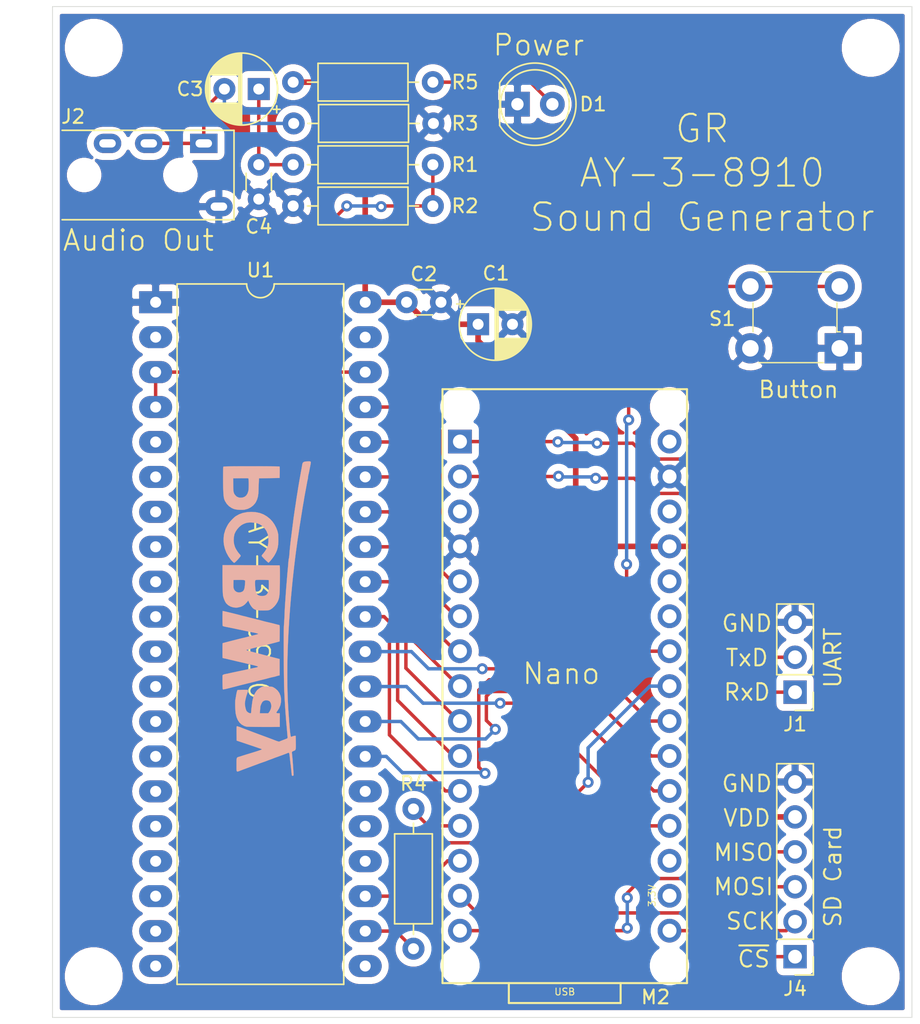
<source format=kicad_pcb>
(kicad_pcb (version 20171130) (host pcbnew "(5.1.2-1)-1")
  (layers (0 F.Cu signal) (31 B.Cu signal) (34 B.Paste user hide) (35 F.Paste user hide) (36 B.SilkS user) (37 F.SilkS user) (38 B.Mask user) (39 F.Mask user) (44 Edge.Cuts user))
  (net 0 "")
  (net 1 +5V)
  (net 2 GNDREF)
  (net 3 "Net-(C3-Pad2)")
  (net 4 "Net-(C3-Pad1)")
  (net 5 /RxD)
  (net 6 /TxD)
  (net 7 "Net-(J2-PadR2)")
  (net 8 /~CS)
  (net 9 /SCK)
  (net 10 /MOSI)
  (net 11 /MISO)
  (net 12 "Net-(M2-PadVIN)")
  (net 13 "Net-(M2-PadRST2)")
  (net 14 "Net-(M2-PadA7)")
  (net 15 "Net-(M2-PadA6)")
  (net 16 /DA7)
  (net 17 /BDIR)
  (net 18 /BC2)
  (net 19 /BC1)
  (net 20 "Net-(M2-PadAREF)")
  (net 21 "Net-(M2-Pad3V3)")
  (net 22 "Net-(M2-PadD9)")
  (net 23 /DA6)
  (net 24 /DA5)
  (net 25 /DA4)
  (net 26 /DA3)
  (net 27 /DA2)
  (net 28 /DA1)
  (net 29 /DA0)
  (net 30 "Net-(M2-PadRST1)")
  (net 31 "Net-(R1-Pad2)")
  (net 32 /CLK)
  (net 33 "Net-(D1-Pad2)")
  (net 34 "Net-(U1-Pad21)")
  (net 35 "Net-(U1-Pad2)")
  (net 36 "Net-(U1-Pad24)")
  (net 37 "Net-(U1-Pad5)")
  (net 38 "Net-(U1-Pad25)")
  (net 39 "Net-(U1-Pad6)")
  (net 40 "Net-(U1-Pad26)")
  (net 41 "Net-(U1-Pad7)")
  (net 42 "Net-(U1-Pad8)")
  (net 43 "Net-(U1-Pad9)")
  (net 44 "Net-(U1-Pad10)")
  (net 45 "Net-(U1-Pad11)")
  (net 46 "Net-(U1-Pad12)")
  (net 47 "Net-(U1-Pad13)")
  (net 48 "Net-(U1-Pad14)")
  (net 49 "Net-(U1-Pad15)")
  (net 50 "Net-(U1-Pad16)")
  (net 51 "Net-(U1-Pad17)")
  (net 52 "Net-(U1-Pad18)")
  (net 53 "Net-(U1-Pad19)")
  (net 54 "Net-(U1-Pad39)")
  (net 55 "Net-(U1-Pad20)")
  (net 56 "Net-(M2-PadA5)")
  (net 57 /~RESET)
  (module "_Custom_Footprints:pcb way logo" (layer B.Cu) (at 69.75 97 270)
    (fp_text reference G*** hide)
    (fp_text value LOGO hide)
  )
  (module Capacitor_THT:CP_Radial_D5.0mm_P2.50mm (layer F.Cu) (at 84.45 75.6)
    (fp_text reference C1 (at 1.3 -3.7) (layer F.SilkS))
    (fp_text value 1uF)
    (pad 1 thru_hole rect (at 0 0) (size 1.6 1.6) (drill 0.8) (layers *.Cu *.Mask) (net 1 +5V))
    (pad 2 thru_hole circle (at 2.5 0) (size 1.6 1.6) (drill 0.8) (layers *.Cu *.Mask) (net 2 GNDREF))
  )
  (module Capacitor_THT:C_Disc_D3.0mm_W1.6mm_P2.50mm (layer F.Cu) (at 79.25 74)
    (fp_text reference C2 (at 1.25 -2.05) (layer F.SilkS))
    (fp_text value 100nF)
    (pad 1 thru_hole circle (at 0 0) (size 1.6 1.6) (drill 0.8) (layers *.Cu *.Mask) (net 1 +5V))
    (pad 2 thru_hole circle (at 2.5 0) (size 1.6 1.6) (drill 0.8) (layers *.Cu *.Mask) (net 2 GNDREF))
  )
  (module Capacitor_THT:CP_Radial_D5.0mm_P2.50mm (layer F.Cu) (at 68.5 58.5 180)
    (fp_text reference C3 (at 5 0) (layer F.SilkS))
    (fp_text value 1uF)
    (pad 2 thru_hole circle (at 2.5 0 180) (size 1.6 1.6) (drill 0.8) (layers *.Cu *.Mask) (net 3 "Net-(C3-Pad2)"))
    (pad 1 thru_hole rect (at 0 0 180) (size 1.6 1.6) (drill 0.8) (layers *.Cu *.Mask) (net 4 "Net-(C3-Pad1)"))
  )
  (module Capacitor_THT:C_Disc_D3.0mm_W1.6mm_P2.50mm (layer F.Cu) (at 68.5 64 270)
    (fp_text reference C4 (at 4.5 0 180) (layer F.SilkS))
    (fp_text value 4.7nF)
    (pad 2 thru_hole circle (at 2.5 0 270) (size 1.6 1.6) (drill 0.8) (layers *.Cu *.Mask) (net 2 GNDREF))
    (pad 1 thru_hole circle (at 0 0 270) (size 1.6 1.6) (drill 0.8) (layers *.Cu *.Mask) (net 4 "Net-(C3-Pad1)"))
  )
  (module Connector_PinHeader_2.54mm:PinHeader_1x03_P2.54mm_Vertical (layer F.Cu) (at 107.5 102.35 180)
    (fp_text reference J1 (at 0 -2.33) (layer F.SilkS))
    (fp_text value UART)
    (pad 1 thru_hole rect (at 0 0 180) (size 1.7 1.7) (drill 1) (layers *.Cu *.Mask) (net 5 /RxD))
    (pad 2 thru_hole oval (at 0 2.54 180) (size 1.7 1.7) (drill 1) (layers *.Cu *.Mask) (net 6 /TxD))
    (pad 3 thru_hole oval (at 0 5.08 180) (size 1.7 1.7) (drill 1) (layers *.Cu *.Mask) (net 2 GNDREF))
  )
  (module footprints:Jack_3.5mm_PJ320A_Horizontal (layer F.Cu) (at 64.5 67.5 90)
    (fp_text reference J2 (at 7 -9.5 180) (layer F.SilkS))
    (fp_text value AudioJack4)
    (pad "" np_thru_hole circle (at 2.75 -1.7) (size 1.5 1.5) (drill 1.5) (layers *.Cu *.Mask))
    (pad "" np_thru_hole circle (at 2.75 -8.7) (size 1.5 1.5) (drill 1.5) (layers *.Cu *.Mask))
    (pad R2 thru_hole oval (at 5.05 -7) (size 2 1.4) (drill oval 1.2 0.6) (layers *.Cu *.Mask) (net 7 "Net-(J2-PadR2)"))
    (pad R1 thru_hole oval (at 5.05 -4) (size 2 1.4) (drill oval 1.2 0.6) (layers *.Cu *.Mask) (net 3 "Net-(C3-Pad2)"))
    (pad T thru_hole rect (at 5.05 0) (size 2 1.4) (drill oval 1.2 0.6) (layers *.Cu *.Mask) (net 3 "Net-(C3-Pad2)"))
    (pad S thru_hole oval (at 0.45 1.1) (size 2 1.4) (drill oval 1.2 0.6) (layers *.Cu *.Mask) (net 2 GNDREF))
  )
  (module Connector_PinHeader_2.54mm:PinHeader_1x06_P2.54mm_Vertical (layer F.Cu) (at 107.5 121.579999 180)
    (fp_text reference J4 (at 0 -2.33) (layer F.SilkS))
    (fp_text value Conn_01x06)
    (pad 1 thru_hole rect (at 0 0 180) (size 1.7 1.7) (drill 1) (layers *.Cu *.Mask) (net 8 /~CS))
    (pad 2 thru_hole oval (at 0 2.54 180) (size 1.7 1.7) (drill 1) (layers *.Cu *.Mask) (net 9 /SCK))
    (pad 3 thru_hole oval (at 0 5.08 180) (size 1.7 1.7) (drill 1) (layers *.Cu *.Mask) (net 10 /MOSI))
    (pad 4 thru_hole oval (at 0 7.62 180) (size 1.7 1.7) (drill 1) (layers *.Cu *.Mask) (net 11 /MISO))
    (pad 5 thru_hole oval (at 0 10.16 180) (size 1.7 1.7) (drill 1) (layers *.Cu *.Mask) (net 1 +5V))
    (pad 6 thru_hole oval (at 0 12.7 180) (size 1.7 1.7) (drill 1) (layers *.Cu *.Mask) (net 2 GNDREF))
  )
  (module Arduino:Arduino_Nano_Socket (layer F.Cu) (at 90.75 123.5)
    (fp_text reference M2 (at 6.604 1.016) (layer F.SilkS))
    (fp_text value Arduino_Nano_Socket)
    (fp_text user USB (at 0 0.635) (layer F.SilkS) (effects (font (size 0.5 0.5) (thickness 0.075))))
    (fp_text user 3.3V (at 6.35 -6.35 90) (layer F.SilkS) (effects (font (size 0.5 0.5) (thickness 0.075))))
    (pad VIN thru_hole circle (at 7.62 -39.37) (size 1.7272 1.7272) (drill 1.016) (layers *.Cu *.Mask) (net 12 "Net-(M2-PadVIN)"))
    (pad GND2 thru_hole circle (at 7.62 -36.83) (size 1.7272 1.7272) (drill 1.016) (layers *.Cu *.Mask) (net 2 GNDREF))
    (pad RST2 thru_hole circle (at 7.62 -34.29) (size 1.7272 1.7272) (drill 1.016) (layers *.Cu *.Mask) (net 13 "Net-(M2-PadRST2)"))
    (pad 5V thru_hole circle (at 7.62 -31.75) (size 1.7272 1.7272) (drill 1.016) (layers *.Cu *.Mask) (net 1 +5V))
    (pad A7 thru_hole circle (at 7.62 -29.21) (size 1.7272 1.7272) (drill 1.016) (layers *.Cu *.Mask) (net 14 "Net-(M2-PadA7)"))
    (pad A6 thru_hole circle (at 7.62 -26.67) (size 1.7272 1.7272) (drill 1.016) (layers *.Cu *.Mask) (net 15 "Net-(M2-PadA6)"))
    (pad A5 thru_hole circle (at 7.62 -24.13) (size 1.7272 1.7272) (drill 1.016) (layers *.Cu *.Mask) (net 56 "Net-(M2-PadA5)"))
    (pad A4 thru_hole circle (at 7.62 -21.59) (size 1.7272 1.7272) (drill 1.016) (layers *.Cu *.Mask) (net 57 /~RESET))
    (pad A3 thru_hole circle (at 7.62 -19.05) (size 1.7272 1.7272) (drill 1.016) (layers *.Cu *.Mask) (net 16 /DA7))
    (pad A2 thru_hole circle (at 7.62 -16.51) (size 1.7272 1.7272) (drill 1.016) (layers *.Cu *.Mask) (net 17 /BDIR))
    (pad A1 thru_hole circle (at 7.62 -13.97) (size 1.7272 1.7272) (drill 1.016) (layers *.Cu *.Mask) (net 18 /BC2))
    (pad A0 thru_hole circle (at 7.62 -11.43) (size 1.7272 1.7272) (drill 1.016) (layers *.Cu *.Mask) (net 19 /BC1))
    (pad AREF thru_hole circle (at 7.62 -8.89) (size 1.7272 1.7272) (drill 1.016) (layers *.Cu *.Mask) (net 20 "Net-(M2-PadAREF)"))
    (pad 3V3 thru_hole circle (at 7.62 -6.35) (size 1.7272 1.7272) (drill 1.016) (layers *.Cu *.Mask) (net 21 "Net-(M2-Pad3V3)"))
    (pad D13 thru_hole circle (at 7.62 -3.81) (size 1.7272 1.7272) (drill 1.016) (layers *.Cu *.Mask) (net 9 /SCK))
    (pad D12 thru_hole circle (at -7.62 -3.81) (size 1.7272 1.7272) (drill 1.016) (layers *.Cu *.Mask) (net 11 /MISO))
    (pad D11 thru_hole circle (at -7.62 -6.35) (size 1.7272 1.7272) (drill 1.016) (layers *.Cu *.Mask) (net 10 /MOSI))
    (pad D10 thru_hole circle (at -7.62 -8.89) (size 1.7272 1.7272) (drill 1.016) (layers *.Cu *.Mask) (net 8 /~CS))
    (pad D9 thru_hole circle (at -7.62 -11.43) (size 1.7272 1.7272) (drill 1.016) (layers *.Cu *.Mask) (net 22 "Net-(M2-PadD9)"))
    (pad D8 thru_hole circle (at -7.62 -13.97) (size 1.7272 1.7272) (drill 1.016) (layers *.Cu *.Mask) (net 23 /DA6))
    (pad D7 thru_hole circle (at -7.62 -16.51) (size 1.7272 1.7272) (drill 1.016) (layers *.Cu *.Mask) (net 24 /DA5))
    (pad D6 thru_hole circle (at -7.62 -19.05) (size 1.7272 1.7272) (drill 1.016) (layers *.Cu *.Mask) (net 25 /DA4))
    (pad D5 thru_hole circle (at -7.62 -21.59) (size 1.7272 1.7272) (drill 1.016) (layers *.Cu *.Mask) (net 26 /DA3))
    (pad D4 thru_hole circle (at -7.62 -24.13) (size 1.7272 1.7272) (drill 1.016) (layers *.Cu *.Mask) (net 27 /DA2))
    (pad D3 thru_hole circle (at -7.62 -26.67) (size 1.7272 1.7272) (drill 1.016) (layers *.Cu *.Mask) (net 28 /DA1))
    (pad D2 thru_hole circle (at -7.62 -29.21) (size 1.7272 1.7272) (drill 1.016) (layers *.Cu *.Mask) (net 29 /DA0))
    (pad GND1 thru_hole circle (at -7.62 -31.75) (size 1.7272 1.7272) (drill 1.016) (layers *.Cu *.Mask) (net 2 GNDREF))
    (pad RST1 thru_hole circle (at -7.62 -34.29) (size 1.7272 1.7272) (drill 1.016) (layers *.Cu *.Mask) (net 30 "Net-(M2-PadRST1)"))
    (pad D0 thru_hole circle (at -7.62 -36.83) (size 1.7272 1.7272) (drill 1.016) (layers *.Cu *.Mask) (net 5 /RxD))
    (pad D1 thru_hole rect (at -7.62 -39.37) (size 1.7272 1.7272) (drill 1.016) (layers *.Cu *.Mask) (net 6 /TxD))
    (pad "" np_thru_hole circle (at -7.62 -41.91) (size 1.85 1.85) (drill 1.85) (layers *.Cu *.Mask))
    (pad "" np_thru_hole circle (at 7.62 -41.91) (size 1.85 1.85) (drill 1.85) (layers *.Cu *.Mask))
    (pad "" np_thru_hole circle (at -7.62 -1.27) (size 1.85 1.85) (drill 1.85) (layers *.Cu *.Mask))
    (pad "" np_thru_hole circle (at 7.62 -1.27) (size 1.85 1.85) (drill 1.85) (layers *.Cu *.Mask))
  )
  (module Resistor_THT:R_Axial_DIN0207_L6.3mm_D2.5mm_P10.16mm_Horizontal (layer F.Cu) (at 71 64)
    (fp_text reference R1 (at 12.5 0) (layer F.SilkS))
    (fp_text value 4.7K)
    (pad 1 thru_hole circle (at 0 0) (size 1.6 1.6) (drill 0.8) (layers *.Cu *.Mask) (net 4 "Net-(C3-Pad1)"))
    (pad 2 thru_hole oval (at 10.16 0) (size 1.6 1.6) (drill 0.8) (layers *.Cu *.Mask) (net 31 "Net-(R1-Pad2)"))
  )
  (module Resistor_THT:R_Axial_DIN0207_L6.3mm_D2.5mm_P10.16mm_Horizontal (layer F.Cu) (at 71 67)
    (fp_text reference R2 (at 12.5 0) (layer F.SilkS))
    (fp_text value 1K)
    (pad 2 thru_hole oval (at 10.16 0) (size 1.6 1.6) (drill 0.8) (layers *.Cu *.Mask) (net 31 "Net-(R1-Pad2)"))
    (pad 1 thru_hole circle (at 0 0) (size 1.6 1.6) (drill 0.8) (layers *.Cu *.Mask) (net 2 GNDREF))
  )
  (module Resistor_THT:R_Axial_DIN0207_L6.3mm_D2.5mm_P10.16mm_Horizontal (layer F.Cu) (at 81.2 61 180)
    (fp_text reference R3 (at -2.3 0) (layer F.SilkS))
    (fp_text value 470r)
    (pad 2 thru_hole oval (at 10.16 0 180) (size 1.6 1.6) (drill 0.8) (layers *.Cu *.Mask) (net 3 "Net-(C3-Pad2)"))
    (pad 1 thru_hole circle (at 0 0 180) (size 1.6 1.6) (drill 0.8) (layers *.Cu *.Mask) (net 2 GNDREF))
  )
  (module Resistor_THT:R_Axial_DIN0207_L6.3mm_D2.5mm_P10.16mm_Horizontal (layer F.Cu) (at 79.75 121 90)
    (fp_text reference R4 (at 12 0 180) (layer F.SilkS))
    (fp_text value 75r)
    (pad 1 thru_hole circle (at 0 0 90) (size 1.6 1.6) (drill 0.8) (layers *.Cu *.Mask) (net 32 /CLK))
    (pad 2 thru_hole oval (at 10.16 0 90) (size 1.6 1.6) (drill 0.8) (layers *.Cu *.Mask) (net 22 "Net-(M2-PadD9)"))
  )
  (module Resistor_THT:R_Axial_DIN0207_L6.3mm_D2.5mm_P10.16mm_Horizontal (layer F.Cu) (at 71 58)
    (fp_text reference R5 (at 12.5 0) (layer F.SilkS))
    (fp_text value 300r)
    (pad 1 thru_hole circle (at 0 0) (size 1.6 1.6) (drill 0.8) (layers *.Cu *.Mask) (net 1 +5V))
    (pad 2 thru_hole oval (at 10.16 0) (size 1.6 1.6) (drill 0.8) (layers *.Cu *.Mask) (net 33 "Net-(D1-Pad2)"))
  )
  (module Package_DIP:DIP-40_W15.24mm_LongPads (layer F.Cu) (at 61 74)
    (fp_text reference U1 (at 7.62 -2.33) (layer F.SilkS))
    (fp_text value AY-3-8910)
    (pad 1 thru_hole rect (at 0 0) (size 2.4 1.6) (drill 0.8) (layers *.Cu *.Mask) (net 2 GNDREF))
    (pad 21 thru_hole oval (at 15.24 48.26) (size 2.4 1.6) (drill 0.8) (layers *.Cu *.Mask) (net 34 "Net-(U1-Pad21)"))
    (pad 2 thru_hole oval (at 0 2.54) (size 2.4 1.6) (drill 0.8) (layers *.Cu *.Mask) (net 35 "Net-(U1-Pad2)"))
    (pad 22 thru_hole oval (at 15.24 45.72) (size 2.4 1.6) (drill 0.8) (layers *.Cu *.Mask) (net 32 /CLK))
    (pad 3 thru_hole oval (at 0 5.08) (size 2.4 1.6) (drill 0.8) (layers *.Cu *.Mask) (net 31 "Net-(R1-Pad2)"))
    (pad 23 thru_hole oval (at 15.24 43.18) (size 2.4 1.6) (drill 0.8) (layers *.Cu *.Mask) (net 57 /~RESET))
    (pad 4 thru_hole oval (at 0 7.62) (size 2.4 1.6) (drill 0.8) (layers *.Cu *.Mask) (net 31 "Net-(R1-Pad2)"))
    (pad 24 thru_hole oval (at 15.24 40.64) (size 2.4 1.6) (drill 0.8) (layers *.Cu *.Mask) (net 36 "Net-(U1-Pad24)"))
    (pad 5 thru_hole oval (at 0 10.16) (size 2.4 1.6) (drill 0.8) (layers *.Cu *.Mask) (net 37 "Net-(U1-Pad5)"))
    (pad 25 thru_hole oval (at 15.24 38.1) (size 2.4 1.6) (drill 0.8) (layers *.Cu *.Mask) (net 38 "Net-(U1-Pad25)"))
    (pad 6 thru_hole oval (at 0 12.7) (size 2.4 1.6) (drill 0.8) (layers *.Cu *.Mask) (net 39 "Net-(U1-Pad6)"))
    (pad 26 thru_hole oval (at 15.24 35.56) (size 2.4 1.6) (drill 0.8) (layers *.Cu *.Mask) (net 40 "Net-(U1-Pad26)"))
    (pad 7 thru_hole oval (at 0 15.24) (size 2.4 1.6) (drill 0.8) (layers *.Cu *.Mask) (net 41 "Net-(U1-Pad7)"))
    (pad 27 thru_hole oval (at 15.24 33.02) (size 2.4 1.6) (drill 0.8) (layers *.Cu *.Mask) (net 17 /BDIR))
    (pad 8 thru_hole oval (at 0 17.78) (size 2.4 1.6) (drill 0.8) (layers *.Cu *.Mask) (net 42 "Net-(U1-Pad8)"))
    (pad 28 thru_hole oval (at 15.24 30.48) (size 2.4 1.6) (drill 0.8) (layers *.Cu *.Mask) (net 18 /BC2))
    (pad 9 thru_hole oval (at 0 20.32) (size 2.4 1.6) (drill 0.8) (layers *.Cu *.Mask) (net 43 "Net-(U1-Pad9)"))
    (pad 29 thru_hole oval (at 15.24 27.94) (size 2.4 1.6) (drill 0.8) (layers *.Cu *.Mask) (net 19 /BC1))
    (pad 10 thru_hole oval (at 0 22.86) (size 2.4 1.6) (drill 0.8) (layers *.Cu *.Mask) (net 44 "Net-(U1-Pad10)"))
    (pad 30 thru_hole oval (at 15.24 25.4) (size 2.4 1.6) (drill 0.8) (layers *.Cu *.Mask) (net 16 /DA7))
    (pad 11 thru_hole oval (at 0 25.4) (size 2.4 1.6) (drill 0.8) (layers *.Cu *.Mask) (net 45 "Net-(U1-Pad11)"))
    (pad 31 thru_hole oval (at 15.24 22.86) (size 2.4 1.6) (drill 0.8) (layers *.Cu *.Mask) (net 23 /DA6))
    (pad 12 thru_hole oval (at 0 27.94) (size 2.4 1.6) (drill 0.8) (layers *.Cu *.Mask) (net 46 "Net-(U1-Pad12)"))
    (pad 32 thru_hole oval (at 15.24 20.32) (size 2.4 1.6) (drill 0.8) (layers *.Cu *.Mask) (net 24 /DA5))
    (pad 13 thru_hole oval (at 0 30.48) (size 2.4 1.6) (drill 0.8) (layers *.Cu *.Mask) (net 47 "Net-(U1-Pad13)"))
    (pad 33 thru_hole oval (at 15.24 17.78) (size 2.4 1.6) (drill 0.8) (layers *.Cu *.Mask) (net 25 /DA4))
    (pad 14 thru_hole oval (at 0 33.02) (size 2.4 1.6) (drill 0.8) (layers *.Cu *.Mask) (net 48 "Net-(U1-Pad14)"))
    (pad 34 thru_hole oval (at 15.24 15.24) (size 2.4 1.6) (drill 0.8) (layers *.Cu *.Mask) (net 26 /DA3))
    (pad 15 thru_hole oval (at 0 35.56) (size 2.4 1.6) (drill 0.8) (layers *.Cu *.Mask) (net 49 "Net-(U1-Pad15)"))
    (pad 35 thru_hole oval (at 15.24 12.7) (size 2.4 1.6) (drill 0.8) (layers *.Cu *.Mask) (net 27 /DA2))
    (pad 16 thru_hole oval (at 0 38.1) (size 2.4 1.6) (drill 0.8) (layers *.Cu *.Mask) (net 50 "Net-(U1-Pad16)"))
    (pad 36 thru_hole oval (at 15.24 10.16) (size 2.4 1.6) (drill 0.8) (layers *.Cu *.Mask) (net 28 /DA1))
    (pad 17 thru_hole oval (at 0 40.64) (size 2.4 1.6) (drill 0.8) (layers *.Cu *.Mask) (net 51 "Net-(U1-Pad17)"))
    (pad 37 thru_hole oval (at 15.24 7.62) (size 2.4 1.6) (drill 0.8) (layers *.Cu *.Mask) (net 29 /DA0))
    (pad 18 thru_hole oval (at 0 43.18) (size 2.4 1.6) (drill 0.8) (layers *.Cu *.Mask) (net 52 "Net-(U1-Pad18)"))
    (pad 38 thru_hole oval (at 15.24 5.08) (size 2.4 1.6) (drill 0.8) (layers *.Cu *.Mask) (net 31 "Net-(R1-Pad2)"))
    (pad 19 thru_hole oval (at 0 45.72) (size 2.4 1.6) (drill 0.8) (layers *.Cu *.Mask) (net 53 "Net-(U1-Pad19)"))
    (pad 39 thru_hole oval (at 15.24 2.54) (size 2.4 1.6) (drill 0.8) (layers *.Cu *.Mask) (net 54 "Net-(U1-Pad39)"))
    (pad 20 thru_hole oval (at 0 48.26) (size 2.4 1.6) (drill 0.8) (layers *.Cu *.Mask) (net 55 "Net-(U1-Pad20)"))
    (pad 40 thru_hole oval (at 15.24 0) (size 2.4 1.6) (drill 0.8) (layers *.Cu *.Mask) (net 1 +5V))
  )
  (module LED_THT:LED_D5.0mm (layer F.Cu) (at 87.31 59.6)
    (fp_text reference D1 (at 5.5 0) (layer F.SilkS))
    (fp_text value LED_Small_ALT)
    (pad 1 thru_hole rect (at 0 0) (size 1.8 1.8) (drill 0.9) (layers *.Cu *.Mask) (net 2 GNDREF))
    (pad 2 thru_hole circle (at 2.54 0) (size 1.8 1.8) (drill 0.9) (layers *.Cu *.Mask) (net 33 "Net-(D1-Pad2)"))
  )
  (module MountingHole:MountingHole_3.2mm_M3 (layer F.Cu) (at 56.5 123)
    (fp_text reference MH1 hide)
    (fp_text value MountingHole)
    (pad 1 np_thru_hole circle (at 0 0) (size 3.2 3.2) (drill 3.2) (layers *.Cu *.Mask))
  )
  (module MountingHole:MountingHole_3.2mm_M3 (layer F.Cu) (at 56.5 55.5)
    (fp_text reference MH2 hide)
    (fp_text value MountingHole)
    (pad 1 np_thru_hole circle (at 0 0) (size 3.2 3.2) (drill 3.2) (layers *.Cu *.Mask))
  )
  (module MountingHole:MountingHole_3.2mm_M3 (layer F.Cu) (at 113 55.5)
    (fp_text reference MH3 hide)
    (fp_text value MountingHole)
    (pad 1 np_thru_hole circle (at 0 0) (size 3.2 3.2) (drill 3.2) (layers *.Cu *.Mask))
  )
  (module MountingHole:MountingHole_3.2mm_M3 (layer F.Cu) (at 113 123)
    (fp_text reference MH4 hide)
    (fp_text value MountingHole)
    (pad "" np_thru_hole circle (at 0 0) (size 3.2 3.2) (drill 3.2) (layers *.Cu *.Mask))
  )
  (module digikey-footprints:Switch_Tactile_THT_6x6mm (layer F.Cu) (at 110.75 77.35 180)
    (fp_text reference S1 (at 8.55 2.15) (layer F.SilkS))
    (fp_text value 1825910-6)
    (pad 1 thru_hole rect (at 0 0 180) (size 2.2 2.2) (drill 1.2) (layers *.Cu *.Mask) (net 2 GNDREF))
    (pad 2 thru_hole circle (at 6.5 0 180) (size 2.2 2.2) (drill 1.2) (layers *.Cu *.Mask) (net 2 GNDREF))
    (pad 4 thru_hole circle (at 6.5 4.5 180) (size 2.2 2.2) (drill 1.2) (layers *.Cu *.Mask) (net 56 "Net-(M2-PadA5)"))
    (pad 3 thru_hole circle (at 0 4.5 180) (size 2.2 2.2) (drill 1.2) (layers *.Cu *.Mask) (net 56 "Net-(M2-PadA5)"))
  )
  (gr_text UART (at 110.25 99.85 90) (layer F.SilkS) (effects (font (size 1.2 1.2))))
  (gr_text RxD (at 104 102.35) (layer F.SilkS) (effects (font (size 1.2 1.2))))
  (gr_text TxD (at 104 99.85) (layer F.SilkS) (effects (font (size 1.2 1.2))))
  (gr_text GND (at 104 97.35) (layer F.SilkS) (effects (font (size 1.2 1.2))))
  (gr_text Button (at 107.75 80.35) (layer F.SilkS) (effects (font (size 1.2 1.2))))
  (gr_text "SD Card" (at 110.25 115.75 90) (layer F.SilkS) (effects (font (size 1.2 1.2))))
  (gr_text GND (at 104 109) (layer F.SilkS) (effects (font (size 1.2 1.2))))
  (gr_text VDD (at 104 111.5) (layer F.SilkS) (effects (font (size 1.2 1.2))))
  (gr_text MISO (at 103.75 114) (layer F.SilkS) (effects (font (size 1.2 1.2))))
  (gr_text MOSI (at 103.75 116.5) (layer F.SilkS) (effects (font (size 1.2 1.2))))
  (gr_text "SCK\n" (at 104.25 119) (layer F.SilkS) (effects (font (size 1.2 1.2))))
  (gr_text Power (at 88.85 55.3) (layer F.SilkS) (effects (font (size 1.5 1.5))))
  (gr_text Nano (at 90.5 101) (layer F.SilkS) (effects (font (size 1.5 1.5))))
  (gr_text AY-3-8910 (at 68.5 96.25 270) (layer F.SilkS) (effects (font (size 1.5 1.5))))
  (gr_text "Audio Out" (at 59.75 69.5) (layer F.SilkS) (effects (font (size 1.5 1.5))))
  (gr_line (start 53.5 126) (end 53.5 52.5) (layer Edge.Cuts) (width 0.05))
  (gr_line (start 116 126) (end 53.5 126) (layer Edge.Cuts) (width 0.05))
  (gr_line (start 116 52.5) (end 116 126) (layer Edge.Cuts) (width 0.05))
  (gr_line (start 53.5 52.5) (end 116 52.5) (layer Edge.Cuts) (width 0.05))
  (gr_text ~CS (at 104.5 121.75) (layer F.SilkS) (effects (font (size 1.2 1.2))))
  (gr_text "GR\nAY-3-8910\nSound Generator" (at 100.75 64.6) (layer F.SilkS) (effects (font (size 2 2))))
  (segment (start 80.85 75.6) (end 79.25 74) (width 0.4064) (layer F.Cu) (net 1))
  (segment (start 84.45 75.6) (end 80.85 75.6) (width 0.4064) (layer F.Cu) (net 1))
  (segment (start 76.24 74) (end 79.25 74) (width 0.4064) (layer F.Cu) (net 1))
  (segment (start 76.24 74) (end 76.24 60.44) (width 0.4064) (layer F.Cu) (net 1))
  (segment (start 73.8 58) (end 71 58) (width 0.4064) (layer F.Cu) (net 1))
  (segment (start 76.24 60.44) (end 73.8 58) (width 0.4064) (layer F.Cu) (net 1))
  (segment (start 84.45 76.8) (end 84.45 75.6) (width 0.4064) (layer F.Cu) (net 1))
  (segment (start 91.55 83.9) (end 84.45 76.8) (width 0.4064) (layer F.Cu) (net 1))
  (segment (start 91.55 90.15) (end 91.55 83.9) (width 0.4064) (layer F.Cu) (net 1))
  (segment (start 93.15 91.75) (end 91.55 90.15) (width 0.4064) (layer F.Cu) (net 1))
  (segment (start 98.37 91.75) (end 93.15 91.75) (width 0.4064) (layer F.Cu) (net 1))
  (segment (start 100.4 91.75) (end 98.37 91.75) (width 0.4064) (layer F.Cu) (net 1))
  (segment (start 101.95 93.3) (end 100.4 91.75) (width 0.4064) (layer F.Cu) (net 1))
  (segment (start 101.95 109.25) (end 101.95 93.3) (width 0.4064) (layer F.Cu) (net 1))
  (segment (start 104.119999 111.419999) (end 101.95 109.25) (width 0.4064) (layer F.Cu) (net 1))
  (segment (start 107.5 111.419999) (end 104.119999 111.419999) (width 0.4064) (layer F.Cu) (net 1))
  (segment (start 60.5 62.45) (end 64.5 62.45) (width 0.25) (layer F.Cu) (net 3))
  (segment (start 64.5 60) (end 66 58.5) (width 0.25) (layer F.Cu) (net 3))
  (segment (start 64.5 62.45) (end 64.5 60) (width 0.25) (layer F.Cu) (net 3))
  (segment (start 71.04 61) (end 66.9 61) (width 0.25) (layer B.Cu) (net 3))
  (segment (start 66 60.1) (end 66 58.5) (width 0.25) (layer B.Cu) (net 3))
  (segment (start 66.9 61) (end 66 60.1) (width 0.25) (layer B.Cu) (net 3))
  (segment (start 68.5 58.5) (end 68.5 64) (width 0.25) (layer F.Cu) (net 4))
  (segment (start 68.5 64) (end 71 64) (width 0.25) (layer F.Cu) (net 4))
  (via (at 90.3 86.65) (size 0.8) (drill 0.4) (layers F.Cu B.Cu) (net 5))
  (segment (start 90.28 86.67) (end 90.3 86.65) (width 0.25) (layer F.Cu) (net 5))
  (segment (start 83.13 86.67) (end 90.28 86.67) (width 0.25) (layer F.Cu) (net 5))
  (segment (start 90.35 86.7) (end 90.3 86.65) (width 0.25) (layer B.Cu) (net 5))
  (segment (start 92.9 86.7) (end 90.35 86.7) (width 0.25) (layer B.Cu) (net 5))
  (segment (start 93 86.8) (end 92.9 86.7) (width 0.25) (layer B.Cu) (net 5))
  (via (at 93 86.8) (size 0.8) (drill 0.4) (layers F.Cu B.Cu) (net 5))
  (segment (start 103.8 102.35) (end 107.5 102.35) (width 0.25) (layer F.Cu) (net 5))
  (segment (start 103.3 101.85) (end 103.8 102.35) (width 0.25) (layer F.Cu) (net 5))
  (segment (start 103.3 89.8) (end 103.3 101.85) (width 0.25) (layer F.Cu) (net 5))
  (segment (start 101.4 87.9) (end 103.3 89.8) (width 0.25) (layer F.Cu) (net 5))
  (segment (start 96.9 87.9) (end 101.4 87.9) (width 0.25) (layer F.Cu) (net 5))
  (segment (start 95.8 86.8) (end 96.9 87.9) (width 0.25) (layer F.Cu) (net 5))
  (segment (start 93 86.8) (end 95.8 86.8) (width 0.25) (layer F.Cu) (net 5))
  (via (at 90.25 84.15) (size 0.8) (drill 0.4) (layers F.Cu B.Cu) (net 6))
  (segment (start 90.23 84.13) (end 90.25 84.15) (width 0.25) (layer F.Cu) (net 6))
  (segment (start 83.13 84.13) (end 90.23 84.13) (width 0.25) (layer F.Cu) (net 6))
  (segment (start 93.05 84.2) (end 90.3 84.2) (width 0.25) (layer B.Cu) (net 6))
  (segment (start 93.1 84.25) (end 95.7 84.25) (width 0.25) (layer F.Cu) (net 6))
  (segment (start 95.7 84.25) (end 96.85 85.4) (width 0.25) (layer F.Cu) (net 6))
  (segment (start 90.3 84.2) (end 90.25 84.15) (width 0.25) (layer B.Cu) (net 6))
  (segment (start 93.1 84.25) (end 93.05 84.2) (width 0.25) (layer B.Cu) (net 6))
  (via (at 93.1 84.25) (size 0.8) (drill 0.4) (layers F.Cu B.Cu) (net 6))
  (segment (start 107.5 99.81) (end 105.31 99.81) (width 0.25) (layer F.Cu) (net 6))
  (segment (start 105.31 99.81) (end 104.4 98.9) (width 0.25) (layer F.Cu) (net 6))
  (segment (start 104.4 98.9) (end 104.4 88.6) (width 0.25) (layer F.Cu) (net 6))
  (segment (start 101.2 85.4) (end 100.35 85.4) (width 0.25) (layer F.Cu) (net 6))
  (segment (start 100.35 85.4) (end 100.5 85.4) (width 0.25) (layer F.Cu) (net 6))
  (segment (start 104.4 88.6) (end 101.2 85.4) (width 0.25) (layer F.Cu) (net 6))
  (segment (start 96.85 85.4) (end 100.35 85.4) (width 0.25) (layer F.Cu) (net 6))
  (segment (start 83.13 114.61) (end 82.24 114.61) (width 0.25) (layer F.Cu) (net 8))
  (segment (start 82.24 114.61) (end 81.2 115.65) (width 0.25) (layer F.Cu) (net 8))
  (segment (start 81.2 115.65) (end 81.2 123.65) (width 0.25) (layer F.Cu) (net 8))
  (segment (start 81.2 123.65) (end 82.1 124.55) (width 0.25) (layer F.Cu) (net 8))
  (segment (start 82.1 124.55) (end 101.65 124.55) (width 0.25) (layer F.Cu) (net 8))
  (segment (start 104.620001 121.579999) (end 107.5 121.579999) (width 0.25) (layer F.Cu) (net 8))
  (segment (start 101.65 124.55) (end 104.620001 121.579999) (width 0.25) (layer F.Cu) (net 8))
  (segment (start 106.849999 119.69) (end 107.5 119.039999) (width 0.25) (layer F.Cu) (net 9))
  (segment (start 98.37 119.69) (end 106.849999 119.69) (width 0.25) (layer F.Cu) (net 9))
  (segment (start 107.5 116.499999) (end 102.150001 116.499999) (width 0.25) (layer F.Cu) (net 10))
  (segment (start 102.150001 116.499999) (end 100.25 118.4) (width 0.25) (layer F.Cu) (net 10))
  (segment (start 84.38 118.4) (end 83.13 117.15) (width 0.25) (layer F.Cu) (net 10))
  (segment (start 100.25 118.4) (end 84.38 118.4) (width 0.25) (layer F.Cu) (net 10))
  (segment (start 95.11 119.69) (end 95.3 119.5) (width 0.25) (layer F.Cu) (net 11))
  (via (at 95.3 119.5) (size 0.8) (drill 0.4) (layers F.Cu B.Cu) (net 11))
  (segment (start 83.13 119.69) (end 95.11 119.69) (width 0.25) (layer F.Cu) (net 11))
  (segment (start 95.3 119.5) (end 95.3 117.3) (width 0.25) (layer B.Cu) (net 11))
  (via (at 95.3 117.3) (size 0.8) (drill 0.4) (layers F.Cu B.Cu) (net 11))
  (segment (start 95.3 117.3) (end 95.3 116.95) (width 0.25) (layer F.Cu) (net 11))
  (segment (start 95.3 116.95) (end 96.35 115.9) (width 0.25) (layer F.Cu) (net 11))
  (segment (start 96.35 115.9) (end 100.5 115.9) (width 0.25) (layer F.Cu) (net 11))
  (segment (start 102.440001 113.959999) (end 107.5 113.959999) (width 0.25) (layer F.Cu) (net 11))
  (segment (start 100.5 115.9) (end 102.440001 113.959999) (width 0.25) (layer F.Cu) (net 11))
  (via (at 84.75 100.65) (size 0.8) (drill 0.4) (layers F.Cu B.Cu) (net 16))
  (segment (start 84.75 100.65) (end 93.1 100.65) (width 0.25) (layer F.Cu) (net 16))
  (segment (start 96.9 104.45) (end 98.37 104.45) (width 0.25) (layer F.Cu) (net 16))
  (segment (start 93.1 100.65) (end 96.9 104.45) (width 0.25) (layer F.Cu) (net 16))
  (segment (start 80.85 100.65) (end 84.75 100.65) (width 0.25) (layer B.Cu) (net 16))
  (segment (start 79.6 99.4) (end 80.85 100.65) (width 0.25) (layer B.Cu) (net 16))
  (segment (start 76.24 99.4) (end 79.6 99.4) (width 0.25) (layer B.Cu) (net 16))
  (segment (start 76.24 107.02) (end 77.77 107.02) (width 0.25) (layer B.Cu) (net 17))
  (segment (start 77.77 107.02) (end 78.95 108.2) (width 0.25) (layer B.Cu) (net 17))
  (via (at 84.95 108.25) (size 0.8) (drill 0.4) (layers F.Cu B.Cu) (net 17))
  (segment (start 84.9 108.2) (end 84.95 108.25) (width 0.25) (layer B.Cu) (net 17))
  (segment (start 78.95 108.2) (end 84.9 108.2) (width 0.25) (layer B.Cu) (net 17))
  (segment (start 84.95 108.25) (end 84.5 107.8) (width 0.25) (layer F.Cu) (net 17))
  (segment (start 84.5 107.8) (end 84.5 102.2) (width 0.25) (layer F.Cu) (net 17))
  (segment (start 84.5 102.2) (end 85.25 101.45) (width 0.25) (layer F.Cu) (net 17))
  (segment (start 85.25 101.45) (end 91.5 101.45) (width 0.25) (layer F.Cu) (net 17))
  (segment (start 97.04 106.99) (end 98.37 106.99) (width 0.25) (layer F.Cu) (net 17))
  (segment (start 91.5 101.45) (end 97.04 106.99) (width 0.25) (layer F.Cu) (net 17))
  (segment (start 78.83 104.48) (end 76.24 104.48) (width 0.25) (layer B.Cu) (net 18))
  (segment (start 85 105.75) (end 80.1 105.75) (width 0.25) (layer B.Cu) (net 18))
  (segment (start 85.7 105.05) (end 85 105.75) (width 0.25) (layer B.Cu) (net 18))
  (segment (start 97.23 109.53) (end 98.37 109.53) (width 0.25) (layer F.Cu) (net 18))
  (segment (start 90 102.3) (end 97.23 109.53) (width 0.25) (layer F.Cu) (net 18))
  (segment (start 85.4 102.3) (end 90 102.3) (width 0.25) (layer F.Cu) (net 18))
  (segment (start 85.7 105.05) (end 85.05 104.4) (width 0.25) (layer F.Cu) (net 18))
  (segment (start 85.05 102.65) (end 85.4 102.3) (width 0.25) (layer F.Cu) (net 18))
  (segment (start 85.05 104.4) (end 85.05 102.65) (width 0.25) (layer F.Cu) (net 18))
  (segment (start 80.1 105.75) (end 78.83 104.48) (width 0.25) (layer B.Cu) (net 18))
  (via (at 85.7 105.05) (size 0.8) (drill 0.4) (layers F.Cu B.Cu) (net 18))
  (segment (start 96.97 112.07) (end 98.37 112.07) (width 0.25) (layer F.Cu) (net 19))
  (segment (start 88.05 103.15) (end 96.97 112.07) (width 0.25) (layer F.Cu) (net 19))
  (segment (start 86.05 103.15) (end 80.45 103.15) (width 0.25) (layer B.Cu) (net 19))
  (segment (start 86.05 103.15) (end 88.05 103.15) (width 0.25) (layer F.Cu) (net 19))
  (segment (start 79.24 101.94) (end 76.24 101.94) (width 0.25) (layer B.Cu) (net 19))
  (segment (start 80.45 103.15) (end 79.24 101.94) (width 0.25) (layer B.Cu) (net 19))
  (via (at 86.05 103.15) (size 0.8) (drill 0.4) (layers F.Cu B.Cu) (net 19))
  (segment (start 79.75 110.84) (end 79.75 111) (width 0.25) (layer F.Cu) (net 22))
  (segment (start 80.82 112.07) (end 83.13 112.07) (width 0.25) (layer F.Cu) (net 22))
  (segment (start 79.75 111) (end 80.82 112.07) (width 0.25) (layer F.Cu) (net 22))
  (segment (start 83.13 109.53) (end 82.08 109.53) (width 0.25) (layer F.Cu) (net 23))
  (segment (start 82.08 109.53) (end 78 105.45) (width 0.25) (layer F.Cu) (net 23))
  (segment (start 78 105.45) (end 78 97.25) (width 0.25) (layer F.Cu) (net 23))
  (segment (start 77.61 96.86) (end 76.24 96.86) (width 0.25) (layer F.Cu) (net 23))
  (segment (start 78 97.25) (end 77.61 96.86) (width 0.25) (layer F.Cu) (net 23))
  (segment (start 83.13 106.99) (end 82.64 106.99) (width 0.25) (layer F.Cu) (net 24))
  (segment (start 82.64 106.99) (end 78.6 102.95) (width 0.25) (layer F.Cu) (net 24))
  (segment (start 78.6 102.95) (end 78.6 94.95) (width 0.25) (layer F.Cu) (net 24))
  (segment (start 77.97 94.32) (end 76.24 94.32) (width 0.25) (layer F.Cu) (net 24))
  (segment (start 78.6 94.95) (end 77.97 94.32) (width 0.25) (layer F.Cu) (net 24))
  (segment (start 83.13 104.45) (end 83.05 104.45) (width 0.25) (layer F.Cu) (net 25))
  (segment (start 83.05 104.45) (end 79.2 100.6) (width 0.25) (layer F.Cu) (net 25))
  (segment (start 79.2 100.6) (end 79.2 92.8) (width 0.25) (layer F.Cu) (net 25))
  (segment (start 78.18 91.78) (end 76.24 91.78) (width 0.25) (layer F.Cu) (net 25))
  (segment (start 79.2 92.8) (end 78.18 91.78) (width 0.25) (layer F.Cu) (net 25))
  (segment (start 79.9 91.2) (end 77.94 89.24) (width 0.25) (layer F.Cu) (net 26))
  (segment (start 77.94 89.24) (end 76.24 89.24) (width 0.25) (layer F.Cu) (net 26))
  (segment (start 83.06 101.91) (end 79.9 98.75) (width 0.25) (layer F.Cu) (net 26))
  (segment (start 79.9 98.75) (end 79.9 91.2) (width 0.25) (layer F.Cu) (net 26))
  (segment (start 83.13 101.91) (end 83.06 101.91) (width 0.25) (layer F.Cu) (net 26))
  (segment (start 79 86.7) (end 76.24 86.7) (width 0.25) (layer F.Cu) (net 27))
  (segment (start 80.55 97.1) (end 80.55 88.25) (width 0.25) (layer F.Cu) (net 27))
  (segment (start 82.82 99.37) (end 80.55 97.1) (width 0.25) (layer F.Cu) (net 27))
  (segment (start 80.55 88.25) (end 79 86.7) (width 0.25) (layer F.Cu) (net 27))
  (segment (start 83.13 99.37) (end 82.82 99.37) (width 0.25) (layer F.Cu) (net 27))
  (segment (start 79.81 84.16) (end 76.24 84.16) (width 0.25) (layer F.Cu) (net 28))
  (segment (start 81.2 85.55) (end 79.81 84.16) (width 0.25) (layer F.Cu) (net 28))
  (segment (start 81.2 95.2) (end 81.2 85.55) (width 0.25) (layer F.Cu) (net 28))
  (segment (start 82.83 96.83) (end 81.2 95.2) (width 0.25) (layer F.Cu) (net 28))
  (segment (start 83.13 96.83) (end 82.83 96.83) (width 0.25) (layer F.Cu) (net 28))
  (segment (start 79.97 81.62) (end 76.24 81.62) (width 0.25) (layer F.Cu) (net 29))
  (segment (start 81.75 83.4) (end 79.97 81.62) (width 0.25) (layer F.Cu) (net 29))
  (segment (start 81.75 93.5) (end 81.75 83.4) (width 0.25) (layer F.Cu) (net 29))
  (segment (start 82.54 94.29) (end 81.75 93.5) (width 0.25) (layer F.Cu) (net 29))
  (segment (start 83.13 94.29) (end 82.54 94.29) (width 0.25) (layer F.Cu) (net 29))
  (segment (start 61 81.62) (end 61 79.08) (width 0.25) (layer F.Cu) (net 31))
  (via (at 77.4 67.05) (size 0.8) (drill 0.4) (layers F.Cu B.Cu) (net 31))
  (segment (start 77.45 67) (end 77.4 67.05) (width 0.25) (layer F.Cu) (net 31))
  (segment (start 81.16 67) (end 77.45 67) (width 0.25) (layer F.Cu) (net 31))
  (segment (start 77.35 67) (end 74.9 67) (width 0.25) (layer B.Cu) (net 31))
  (via (at 74.9 67) (size 0.8) (drill 0.4) (layers F.Cu B.Cu) (net 31))
  (segment (start 77.4 67.05) (end 77.35 67) (width 0.25) (layer B.Cu) (net 31))
  (segment (start 74.9 67) (end 73.43 68.47) (width 0.25) (layer F.Cu) (net 31))
  (segment (start 73.43 68.47) (end 73.43 79.08) (width 0.25) (layer F.Cu) (net 31))
  (segment (start 73.43 79.08) (end 76.24 79.08) (width 0.25) (layer F.Cu) (net 31))
  (segment (start 61 79.08) (end 73.43 79.08) (width 0.25) (layer F.Cu) (net 31))
  (segment (start 81.16 67) (end 81.16 64) (width 0.25) (layer F.Cu) (net 31))
  (segment (start 78.47 119.72) (end 79.75 121) (width 0.25) (layer F.Cu) (net 32))
  (segment (start 76.24 119.72) (end 78.47 119.72) (width 0.25) (layer F.Cu) (net 32))
  (segment (start 88.25 58) (end 89.85 59.6) (width 0.25) (layer F.Cu) (net 33))
  (segment (start 81.16 58) (end 88.25 58) (width 0.25) (layer F.Cu) (net 33))
  (segment (start 110.75 72.85) (end 104.25 72.85) (width 0.25) (layer F.Cu) (net 56))
  (segment (start 98.37 99.37) (end 96.57 99.37) (width 0.25) (layer F.Cu) (net 56))
  (segment (start 96.57 99.37) (end 95.25 98.05) (width 0.25) (layer F.Cu) (net 56))
  (via (at 95.25 93.05) (size 0.8) (drill 0.4) (layers F.Cu B.Cu) (net 56))
  (segment (start 95.25 98.05) (end 95.25 93.05) (width 0.25) (layer F.Cu) (net 56))
  (via (at 95.4 82.55) (size 0.8) (drill 0.4) (layers F.Cu B.Cu) (net 56))
  (segment (start 95.25 82.7) (end 95.4 82.55) (width 0.25) (layer B.Cu) (net 56))
  (segment (start 95.25 93.05) (end 95.25 82.7) (width 0.25) (layer B.Cu) (net 56))
  (segment (start 95.4 82.55) (end 95.4 75.75) (width 0.25) (layer F.Cu) (net 56))
  (segment (start 98.3 72.85) (end 104.25 72.85) (width 0.25) (layer F.Cu) (net 56))
  (segment (start 95.4 75.75) (end 98.3 72.85) (width 0.25) (layer F.Cu) (net 56))
  (segment (start 76.24 117.18) (end 77.97 117.18) (width 0.25) (layer F.Cu) (net 57))
  (segment (start 77.97 117.18) (end 80.6 114.55) (width 0.25) (layer F.Cu) (net 57))
  (segment (start 80.6 114.55) (end 81.85 113.3) (width 0.25) (layer F.Cu) (net 57))
  (via (at 92.45 108.9) (size 0.8) (drill 0.4) (layers F.Cu B.Cu) (net 57))
  (segment (start 88.05 113.3) (end 92.45 108.9) (width 0.25) (layer F.Cu) (net 57))
  (segment (start 81.85 113.3) (end 88.05 113.3) (width 0.25) (layer F.Cu) (net 57))
  (segment (start 92.45 108.9) (end 92.45 106.4) (width 0.25) (layer B.Cu) (net 57))
  (segment (start 96.94 101.91) (end 98.37 101.91) (width 0.25) (layer B.Cu) (net 57))
  (segment (start 92.45 106.4) (end 96.94 101.91) (width 0.25) (layer B.Cu) (net 57))
  (zone (net 2) (net_name GNDREF) (layer F.Cu) (connect_pads (clearance 0.508)) (min_thickness 0.254) (fill yes (arc_segments 32) (thermal_gap 0.508) (thermal_bridge_width 0.508))
    (polygon (pts (xy 53.5 52.5) (xy 116.6 52.4) (xy 116.6 125.9) (xy 53.5 126)))
  )
  (zone (net 2) (net_name GNDREF) (layer B.Cu) (connect_pads (clearance 0.508)) (min_thickness 0.254) (fill yes (arc_segments 32) (thermal_gap 0.508) (thermal_bridge_width 0.508))
    (polygon (pts (xy 53.5 52.46023) (xy 116.55 52.7) (xy 116.55 126.2) (xy 53.5 125.96023)))
  )
)
</source>
